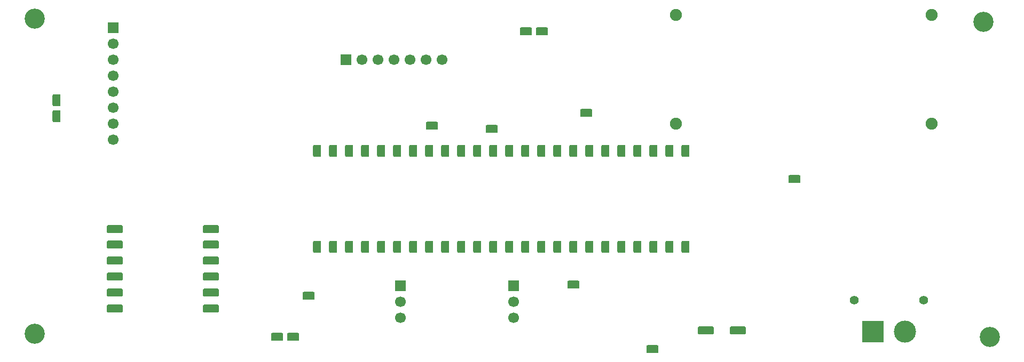
<source format=gbr>
%TF.GenerationSoftware,KiCad,Pcbnew,9.0.1*%
%TF.CreationDate,2025-07-12T13:39:09+10:00*%
%TF.ProjectId,TvcTHTPcb,54766354-4854-4506-9362-2e6b69636164,rev?*%
%TF.SameCoordinates,Original*%
%TF.FileFunction,Soldermask,Bot*%
%TF.FilePolarity,Negative*%
%FSLAX46Y46*%
G04 Gerber Fmt 4.6, Leading zero omitted, Abs format (unit mm)*
G04 Created by KiCad (PCBNEW 9.0.1) date 2025-07-12 13:39:09*
%MOMM*%
%LPD*%
G01*
G04 APERTURE LIST*
G04 Aperture macros list*
%AMRoundRect*
0 Rectangle with rounded corners*
0 $1 Rounding radius*
0 $2 $3 $4 $5 $6 $7 $8 $9 X,Y pos of 4 corners*
0 Add a 4 corners polygon primitive as box body*
4,1,4,$2,$3,$4,$5,$6,$7,$8,$9,$2,$3,0*
0 Add four circle primitives for the rounded corners*
1,1,$1+$1,$2,$3*
1,1,$1+$1,$4,$5*
1,1,$1+$1,$6,$7*
1,1,$1+$1,$8,$9*
0 Add four rect primitives between the rounded corners*
20,1,$1+$1,$2,$3,$4,$5,0*
20,1,$1+$1,$4,$5,$6,$7,0*
20,1,$1+$1,$6,$7,$8,$9,0*
20,1,$1+$1,$8,$9,$2,$3,0*%
G04 Aperture macros list end*
%ADD10RoundRect,0.190500X-0.762000X-0.444500X0.762000X-0.444500X0.762000X0.444500X-0.762000X0.444500X0*%
%ADD11RoundRect,0.190500X0.444500X-0.762000X0.444500X0.762000X-0.444500X0.762000X-0.444500X-0.762000X0*%
%ADD12R,1.700000X1.700000*%
%ADD13C,1.700000*%
%ADD14C,3.200000*%
%ADD15C,1.905000*%
%ADD16RoundRect,0.190500X-1.079500X-0.444500X1.079500X-0.444500X1.079500X0.444500X-1.079500X0.444500X0*%
%ADD17C,3.500000*%
%ADD18R,3.500000X3.500000*%
%ADD19C,1.400000*%
G04 APERTURE END LIST*
D10*
%TO.C,TPSDA1*%
X138500000Y-94000000D03*
%TD*%
%TO.C,TPSCL1*%
X148000000Y-94500000D03*
%TD*%
%TO.C,TPGND1*%
X173500000Y-129500000D03*
%TD*%
%TO.C,TP5V1*%
X161000000Y-119212500D03*
%TD*%
D11*
%TO.C,Teensy4.1*%
X178780000Y-98000000D03*
X176240000Y-98000000D03*
X173700000Y-98000000D03*
X171160000Y-98000000D03*
X168620000Y-98000000D03*
X166080000Y-98000000D03*
X163540000Y-98000000D03*
X161000000Y-98000000D03*
X158460000Y-98000000D03*
X155920000Y-98000000D03*
X153380000Y-98000000D03*
X150840000Y-98000000D03*
X148300000Y-98000000D03*
X145760000Y-98000000D03*
X143220000Y-98000000D03*
X140680000Y-98000000D03*
X138140000Y-98000000D03*
X135600000Y-98000000D03*
X133060000Y-98000000D03*
X130520000Y-98000000D03*
X127980000Y-98000000D03*
X125440000Y-98000000D03*
X122900000Y-98000000D03*
X120360000Y-98000000D03*
X178780000Y-113240000D03*
X176240000Y-113240000D03*
X173700000Y-113240000D03*
X171160000Y-113240000D03*
X168620000Y-113240000D03*
X166080000Y-113240000D03*
X163540000Y-113240000D03*
X161000000Y-113240000D03*
X158460000Y-113240000D03*
X155920000Y-113240000D03*
X153380000Y-113240000D03*
X150840000Y-113240000D03*
X148300000Y-113240000D03*
X145760000Y-113240000D03*
X143220000Y-113240000D03*
X140680000Y-113240000D03*
X138140000Y-113240000D03*
X135600000Y-113240000D03*
X133060000Y-113240000D03*
X130520000Y-113240000D03*
X127980000Y-113240000D03*
X125440000Y-113240000D03*
X122900000Y-113240000D03*
X120360000Y-113240000D03*
%TD*%
D10*
%TO.C,J10*%
X153460000Y-79000000D03*
X156000000Y-79000000D03*
%TD*%
D12*
%TO.C,J3*%
X124880000Y-83500000D03*
D13*
X127420000Y-83500000D03*
X129960000Y-83500000D03*
X132500000Y-83500000D03*
X135040000Y-83500000D03*
X137580000Y-83500000D03*
X140120000Y-83500000D03*
%TD*%
D10*
%TO.C,J13*%
X119000000Y-121000000D03*
%TD*%
D12*
%TO.C,J6*%
X133500000Y-119420000D03*
D13*
X133500000Y-121960000D03*
X133500000Y-124500000D03*
%TD*%
D10*
%TO.C,J9*%
X113960000Y-127500000D03*
X116500000Y-127500000D03*
%TD*%
D14*
%TO.C,REF\u002A\u002A*%
X226000000Y-77500000D03*
%TD*%
D15*
%TO.C,J5*%
X177232000Y-76365500D03*
X177232000Y-93634500D03*
X217768000Y-76365500D03*
X217768000Y-93634500D03*
%TD*%
D14*
%TO.C,REF\u002A\u002A*%
X75500000Y-77000000D03*
%TD*%
D12*
%TO.C,J7*%
X151500000Y-119420000D03*
D13*
X151500000Y-121960000D03*
X151500000Y-124500000D03*
%TD*%
D10*
%TO.C,J12*%
X163000000Y-91945000D03*
%TD*%
D11*
%TO.C,J8*%
X79000000Y-92500000D03*
X79000000Y-89960000D03*
%TD*%
D16*
%TO.C,J2*%
X88260000Y-110380000D03*
X88260000Y-112840000D03*
X88260000Y-115380000D03*
X88260000Y-117920000D03*
X88260000Y-120460000D03*
X88260000Y-123000000D03*
X103500000Y-110380000D03*
X103500000Y-112840000D03*
X103500000Y-115380000D03*
X103500000Y-117920000D03*
X103500000Y-120460000D03*
X103500000Y-123000000D03*
%TD*%
%TO.C,Fuse1*%
X181990000Y-126500000D03*
X187000000Y-126500000D03*
%TD*%
D14*
%TO.C,REF\u002A\u002A*%
X75500000Y-127000000D03*
%TD*%
D17*
%TO.C,J4*%
X213500000Y-126650000D03*
D18*
X208500000Y-126650000D03*
D19*
X216500000Y-121650000D03*
X205500000Y-121650000D03*
%TD*%
D12*
%TO.C,J1*%
X88000000Y-78380000D03*
D13*
X88000000Y-80920000D03*
X88000000Y-83460000D03*
X88000000Y-86000000D03*
X88000000Y-88540000D03*
X88000000Y-91080000D03*
X88000000Y-93620000D03*
X88000000Y-96160000D03*
%TD*%
D10*
%TO.C,J11*%
X196000000Y-102500000D03*
%TD*%
D14*
%TO.C,REF\u002A\u002A*%
X227000000Y-127500000D03*
%TD*%
M02*

</source>
